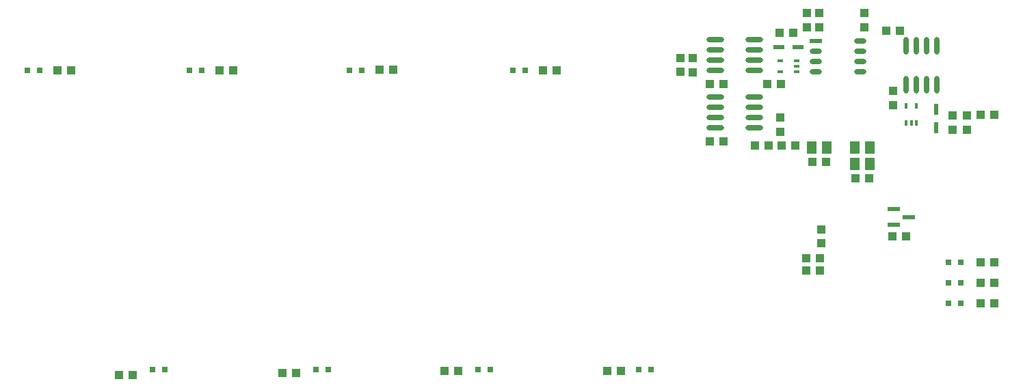
<source format=gtp>
%FSDAX24Y24*%
%MOIN*%
%SFA1B1*%

%IPPOS*%
%ADD10O,0.023600X0.086600*%
%ADD11O,0.086600X0.023600*%
%ADD12R,0.059800X0.024000*%
%ADD13O,0.059800X0.024000*%
%ADD14R,0.027600X0.015700*%
%ADD15R,0.015700X0.027600*%
%ADD16R,0.059100X0.023600*%
%ADD17R,0.043300X0.039400*%
%ADD18R,0.039400X0.043300*%
%ADD19R,0.031500X0.031500*%
%ADD20R,0.021700X0.057100*%
%ADD21R,0.057100X0.021700*%
%ADD22R,0.051200X0.059100*%
%LNde-010824-1*%
%LPD*%
G54D10*
X057150Y033145D03*
X056650D03*
X056150D03*
X055650D03*
X057150Y031255D03*
X056650D03*
X056150D03*
X055650D03*
G54D11*
X046355Y033450D03*
Y032950D03*
Y032450D03*
Y031950D03*
X048245Y033450D03*
Y032950D03*
Y032450D03*
Y031950D03*
X046355Y030650D03*
Y030150D03*
Y029650D03*
Y029150D03*
X048245Y030650D03*
Y030150D03*
Y029650D03*
Y029150D03*
G54D12*
X051235Y033400D03*
G54D13*
X051235Y032900D03*
Y032400D03*
Y031900D03*
X053400Y033400D03*
Y032900D03*
Y032400D03*
Y031900D03*
G54D14*
X050300Y031900D03*
Y032156D03*
Y032412D03*
X049493D03*
Y031900D03*
G54D15*
X055644Y029396D03*
X055900D03*
X056156D03*
Y030204D03*
X055644D03*
G54D16*
X055774Y024800D03*
X055026Y024426D03*
Y025174D03*
G54D17*
X014950Y031950D03*
X014281D03*
X041065Y017300D03*
X041735D03*
X022835Y031950D03*
X022165D03*
X033131Y017300D03*
X033800D03*
X030650Y031988D03*
X029981D03*
X025237Y017200D03*
X025906D03*
X038619Y031950D03*
X037950D03*
X017281Y017100D03*
X017950D03*
X049535Y031300D03*
X048865D03*
X049465Y033800D03*
X050135D03*
X059265Y029800D03*
X059935D03*
X055635Y023850D03*
X054965D03*
X050235Y028300D03*
X049565D03*
X048265D03*
X048935D03*
X059265Y022600D03*
X059935D03*
X059265Y021600D03*
X059935D03*
X059265Y020600D03*
X059935D03*
X055335Y033900D03*
X054665D03*
X046065Y031300D03*
X046735D03*
X053165Y026700D03*
X053835D03*
X051065Y027500D03*
X051735D03*
X051435Y022200D03*
X050765D03*
X051435Y022800D03*
X050765D03*
X046065Y028500D03*
X046735D03*
G54D18*
X055000Y030265D03*
Y030935D03*
X057900Y029735D03*
Y029065D03*
X044650Y031881D03*
Y032550D03*
X045250Y031865D03*
Y032535D03*
X049500Y029635D03*
Y028965D03*
X051500Y024200D03*
Y023531D03*
X058600Y029735D03*
Y029065D03*
X050800Y034735D03*
Y034065D03*
X053600Y034735D03*
Y034065D03*
X051400Y034735D03*
Y034065D03*
G54D19*
X013411Y031950D03*
X012820D03*
X042605Y017350D03*
X043195D03*
X021295Y031950D03*
X020705D03*
X034770Y017350D03*
X035361D03*
X029111Y031950D03*
X028520D03*
X026876Y017350D03*
X027467D03*
X037080Y031950D03*
X036489D03*
X018920Y017350D03*
X019511D03*
X058295Y022600D03*
X057705D03*
X058295Y021600D03*
X057705D03*
X058295Y020600D03*
X057705D03*
G54D20*
X057100Y030063D03*
Y029137D03*
G54D21*
X049437Y033100D03*
X050363D03*
G54D22*
X053126Y027400D03*
X053874D03*
X053126Y028200D03*
X053874D03*
X051026D03*
X051774D03*
M02*
</source>
